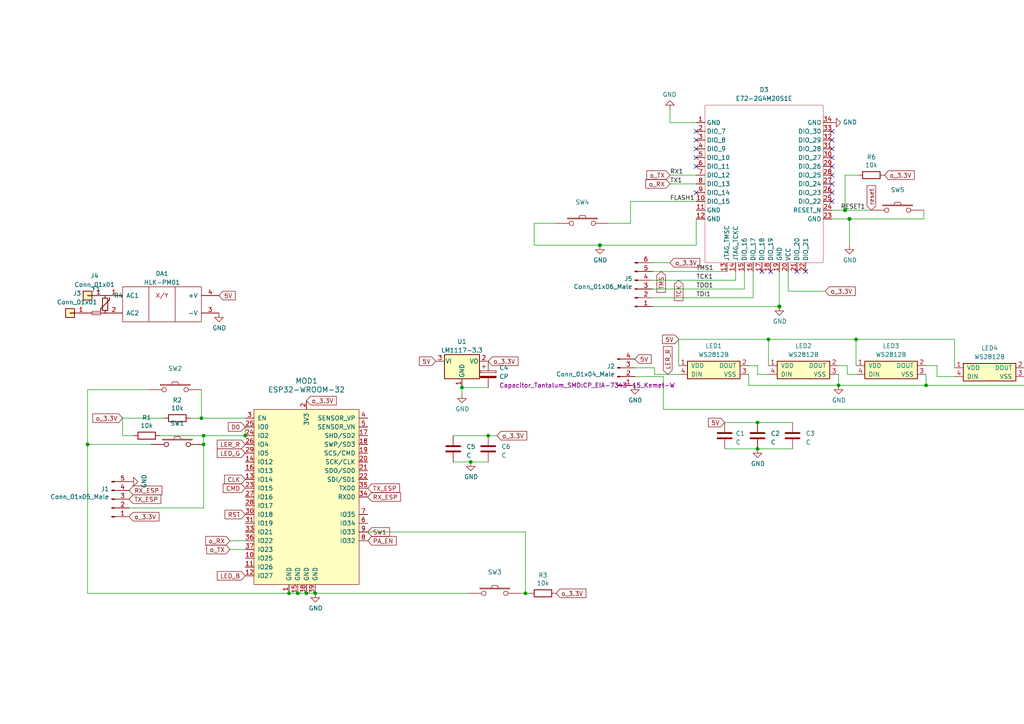
<source format=kicad_sch>
(kicad_sch (version 20221206) (generator eeschema)
  (paper "A4")
  (lib_symbols
    (symbol "4ms-headers:Conn_01x01" (pin_names (offset 1.016) hide)
      (property "Reference" "J" (at 0 2.54 0))
      (property "Value" "Conn_01x01" (at 0 -2.54 0))
      (symbol "Conn_01x01_1_1"
        (rectangle (start -1.27 0.127) (end 0 -0.127) (stroke (width 0.1524)))
        (rectangle (start -1.27 1.27) (end 1.27 -1.27) (stroke (width 0.254)) (fill (type background)))
        (pin passive line (at -5.08 0 0) (length 3.81) (name "Pin_1") (number "1"))
      )
    )
    (symbol "4ms-passives:C" (pin_numbers hide) (pin_names (offset 0.254))
      (property "Reference" "C" (at 0.635 2.54 0))
      (property "Value" "C" (at 0.635 -2.54 0))
      (symbol "C_0_1"
        (polyline (pts (xy -2.032 -0.762) (xy 2.032 -0.762)) (stroke (width 0.508)))
        (polyline (pts (xy -2.032 0.762) (xy 2.032 0.762)) (stroke (width 0.508)))
      )
      (symbol "C_1_1"
        (pin passive line (at 0 3.81 270) (length 2.794) (name "~") (number "1"))
        (pin passive line (at 0 -3.81 90) (length 2.794) (name "~") (number "2"))
      )
    )
    (symbol "4ms-passives:R" (pin_numbers hide) (pin_names (offset 0))
      (property "Reference" "R" (at 2.032 0 90))
      (property "Value" "R" (at 0 0 90))
      (symbol "R_0_1"
        (rectangle (start -1.016 -2.54) (end 1.016 2.54) (stroke (width 0.254)))
      )
      (symbol "R_1_1"
        (pin passive line (at 0 3.81 270) (length 1.27) (name "~") (number "1"))
        (pin passive line (at 0 -3.81 90) (length 1.27) (name "~") (number "2"))
      )
    )
    (symbol "Connector:Conn_01x04_Male" (pin_names (offset 1.016) hide)
      (property "Reference" "J" (at 0 5.08 0))
      (property "Value" "Conn_01x04_Male" (at 0 -7.62 0))
      (symbol "Conn_01x04_Male_1_1"
        (polyline (pts (xy 1.27 -5.08) (xy 0.8636 -5.08)) (stroke (width 0.1524)))
        (polyline (pts (xy 1.27 -2.54) (xy 0.8636 -2.54)) (stroke (width 0.1524)))
        (polyline (pts (xy 1.27 0) (xy 0.8636 0)) (stroke (width 0.1524)))
        (polyline (pts (xy 1.27 2.54) (xy 0.8636 2.54)) (stroke (width 0.1524)))
        (rectangle (start 0.8636 -4.953) (end 0 -5.207) (stroke (width 0.1524)) (fill (type outline)))
        (rectangle (start 0.8636 -2.413) (end 0 -2.667) (stroke (width 0.1524)) (fill (type outline)))
        (rectangle (start 0.8636 0.127) (end 0 -0.127) (stroke (width 0.1524)) (fill (type outline)))
        (rectangle (start 0.8636 2.667) (end 0 2.413) (stroke (width 0.1524)) (fill (type outline)))
        (pin passive line (at 5.08 2.54 180) (length 3.81) (name "Pin_1") (number "1"))
        (pin passive line (at 5.08 0 180) (length 3.81) (name "Pin_2") (number "2"))
        (pin passive line (at 5.08 -2.54 180) (length 3.81) (name "Pin_3") (number "3"))
        (pin passive line (at 5.08 -5.08 180) (length 3.81) (name "Pin_4") (number "4"))
      )
    )
    (symbol "Connector:Conn_01x05_Male" (pin_names (offset 1.016) hide)
      (property "Reference" "J" (at 0 7.62 0))
      (property "Value" "Conn_01x05_Male" (at 0 -7.62 0))
      (symbol "Conn_01x05_Male_1_1"
        (polyline (pts (xy 1.27 -5.08) (xy 0.8636 -5.08)) (stroke (width 0.1524)))
        (polyline (pts (xy 1.27 -2.54) (xy 0.8636 -2.54)) (stroke (width 0.1524)))
        (polyline (pts (xy 1.27 0) (xy 0.8636 0)) (stroke (width 0.1524)))
        (polyline (pts (xy 1.27 2.54) (xy 0.8636 2.54)) (stroke (width 0.1524)))
        (polyline (pts (xy 1.27 5.08) (xy 0.8636 5.08)) (stroke (width 0.1524)))
        (rectangle (start 0.8636 -4.953) (end 0 -5.207) (stroke (width 0.1524)) (fill (type outline)))
        (rectangle (start 0.8636 -2.413) (end 0 -2.667) (stroke (width 0.1524)) (fill (type outline)))
        (rectangle (start 0.8636 0.127) (end 0 -0.127) (stroke (width 0.1524)) (fill (type outline)))
        (rectangle (start 0.8636 2.667) (end 0 2.413) (stroke (width 0.1524)) (fill (type outline)))
        (rectangle (start 0.8636 5.207) (end 0 4.953) (stroke (width 0.1524)) (fill (type outline)))
        (pin passive line (at 5.08 5.08 180) (length 3.81) (name "Pin_1") (number "1"))
        (pin passive line (at 5.08 2.54 180) (length 3.81) (name "Pin_2") (number "2"))
        (pin passive line (at 5.08 0 180) (length 3.81) (name "Pin_3") (number "3"))
        (pin passive line (at 5.08 -2.54 180) (length 3.81) (name "Pin_4") (number "4"))
        (pin passive line (at 5.08 -5.08 180) (length 3.81) (name "Pin_5") (number "5"))
      )
    )
    (symbol "Connector:Conn_01x06_Male" (pin_names (offset 1.016) hide)
      (property "Reference" "J" (at 0 7.62 0))
      (property "Value" "Conn_01x06_Male" (at 0 -10.16 0))
      (symbol "Conn_01x06_Male_1_1"
        (polyline (pts (xy 1.27 -7.62) (xy 0.8636 -7.62)) (stroke (width 0.1524)))
        (polyline (pts (xy 1.27 -5.08) (xy 0.8636 -5.08)) (stroke (width 0.1524)))
        (polyline (pts (xy 1.27 -2.54) (xy 0.8636 -2.54)) (stroke (width 0.1524)))
        (polyline (pts (xy 1.27 0) (xy 0.8636 0)) (stroke (width 0.1524)))
        (polyline (pts (xy 1.27 2.54) (xy 0.8636 2.54)) (stroke (width 0.1524)))
        (polyline (pts (xy 1.27 5.08) (xy 0.8636 5.08)) (stroke (width 0.1524)))
        (rectangle (start 0.8636 -7.493) (end 0 -7.747) (stroke (width 0.1524)) (fill (type outline)))
        (rectangle (start 0.8636 -4.953) (end 0 -5.207) (stroke (width 0.1524)) (fill (type outline)))
        (rectangle (start 0.8636 -2.413) (end 0 -2.667) (stroke (width 0.1524)) (fill (type outline)))
        (rectangle (start 0.8636 0.127) (end 0 -0.127) (stroke (width 0.1524)) (fill (type outline)))
        (rectangle (start 0.8636 2.667) (end 0 2.413) (stroke (width 0.1524)) (fill (type outline)))
        (rectangle (start 0.8636 5.207) (end 0 4.953) (stroke (width 0.1524)) (fill (type outline)))
        (pin passive line (at 5.08 5.08 180) (length 3.81) (name "Pin_1") (number "1"))
        (pin passive line (at 5.08 2.54 180) (length 3.81) (name "Pin_2") (number "2"))
        (pin passive line (at 5.08 0 180) (length 3.81) (name "Pin_3") (number "3"))
        (pin passive line (at 5.08 -2.54 180) (length 3.81) (name "Pin_4") (number "4"))
        (pin passive line (at 5.08 -5.08 180) (length 3.81) (name "Pin_5") (number "5"))
        (pin passive line (at 5.08 -7.62 180) (length 3.81) (name "Pin_6") (number "6"))
      )
    )
    (symbol "Regulator_Linear:LM1117-3.3" (pin_names (offset 0.254))
      (property "Reference" "U" (at -3.81 3.175 0))
      (property "Value" "LM1117-3.3" (at 0 3.175 0))
      (symbol "LM1117-3.3_0_1"
        (rectangle (start -5.08 -5.08) (end 5.08 1.905) (stroke (width 0.254)) (fill (type background)))
      )
      (symbol "LM1117-3.3_1_1"
        (pin power_in line (at 0 -7.62 90) (length 2.54) (name "GND") (number "1"))
        (pin power_out line (at 7.62 0 180) (length 2.54) (name "VO") (number "2"))
        (pin power_in line (at -7.62 0 0) (length 2.54) (name "VI") (number "3"))
      )
    )
    (symbol "al_passive:VARISTOR" (pin_numbers hide) (pin_names (offset 0))
      (property "Reference" "R" (at 6.35 1.27 0))
      (property "Value" "VARISTOR" (at 6.35 -1.27 0))
      (symbol "VARISTOR_0_1"
        (rectangle (start -0.762 1.778) (end 0.762 -1.778) (stroke (width 0.254)))
        (polyline (pts (xy 0 -1.778) (xy 0 -2.032)))
        (polyline (pts (xy 0 1.778) (xy 0 1.905)))
        (polyline (pts (xy 1.27 1.905) (xy 1.27 1.27) (xy -1.27 -1.27) (xy -1.27 -1.905)) (stroke (width 0.254)))
      )
      (symbol "VARISTOR_1_1"
        (pin passive line (at 0 2.54 270) (length 0.635) (name "~") (number "1"))
        (pin passive line (at 0 -2.54 90) (length 0.635) (name "~") (number "2"))
      )
    )
    (symbol "ce_device:CP" (pin_numbers hide) (pin_names (offset 0.254))
      (property "Reference" "C" (at 0.635 2.54 0))
      (property "Value" "CP" (at 0.635 -2.54 0))
      (symbol "CP_0_1"
        (rectangle (start -2.286 0.508) (end -2.286 1.016))
        (rectangle (start -2.286 0.508) (end 2.286 0.508))
        (polyline (pts (xy -1.778 2.286) (xy -0.762 2.286)))
        (polyline (pts (xy -1.27 2.794) (xy -1.27 1.778)))
        (rectangle (start 2.286 -0.508) (end -2.286 -1.016) (fill (type outline)))
        (rectangle (start 2.286 1.016) (end -2.286 1.016))
        (rectangle (start 2.286 1.016) (end 2.286 0.508))
      )
      (symbol "CP_1_1"
        (pin passive line (at 0 3.81 270) (length 2.794) (name "~") (number "1"))
        (pin passive line (at 0 -3.81 90) (length 2.794) (name "~") (number "2"))
      )
    )
    (symbol "ce_device:F_Small" (pin_numbers hide) (pin_names (offset 0.254) hide)
      (property "Reference" "F" (at -1.016 1.524 0))
      (property "Value" "F_Small" (at -3.048 -1.524 0))
      (symbol "F_Small_0_1"
        (rectangle (start -1.27 0.508) (end 1.27 -0.508))
        (polyline (pts (xy -1.27 0) (xy 1.27 0)))
      )
      (symbol "F_Small_1_1"
        (pin passive line (at -2.54 0 0) (length 1.27) (name "~") (number "1"))
        (pin passive line (at 2.54 0 180) (length 1.27) (name "~") (number "2"))
      )
    )
    (symbol "dk_RF-Transceiver-Modules:ESP32-WROOM-32" (pin_names (offset 1.016))
      (property "Reference" "MOD" (at -10.16 1.27 0))
      (property "Value" "ESP32-WROOM-32" (at 5.08 -25.4 90))
      (symbol "ESP32-WROOM-32_0_1"
        (rectangle (start -10.16 0) (end 20.32 -50.8) (fill (type background)))
      )
      (symbol "ESP32-WROOM-32_1_1"
        (pin power_in line (at 0 -53.34 90) (length 2.54) (name "GND") (number "1"))
        (pin bidirectional line (at -12.7 -43.18 0) (length 2.54) (name "IO25") (number "10"))
        (pin bidirectional line (at -12.7 -45.72 0) (length 2.54) (name "IO26") (number "11"))
        (pin bidirectional line (at -12.7 -48.26 0) (length 2.54) (name "IO27") (number "12"))
        (pin bidirectional line (at -12.7 -20.32 0) (length 2.54) (name "IO14") (number "13"))
        (pin bidirectional line (at -12.7 -15.24 0) (length 2.54) (name "IO12") (number "14"))
        (pin power_in line (at 2.54 -53.34 90) (length 2.54) (name "GND") (number "15"))
        (pin bidirectional line (at -12.7 -17.78 0) (length 2.54) (name "IO13") (number "16"))
        (pin bidirectional line (at 22.86 -7.62 180) (length 2.54) (name "SHD/SD2") (number "17"))
        (pin bidirectional line (at 22.86 -10.16 180) (length 2.54) (name "SWP/SD3") (number "18"))
        (pin bidirectional line (at 22.86 -12.7 180) (length 2.54) (name "SCS/CMD") (number "19"))
        (pin power_in line (at 5.08 2.54 270) (length 2.54) (name "3V3") (number "2"))
        (pin bidirectional line (at 22.86 -15.24 180) (length 2.54) (name "SCK/CLK") (number "20"))
        (pin bidirectional line (at 22.86 -17.78 180) (length 2.54) (name "SDO/SD0") (number "21"))
        (pin bidirectional line (at 22.86 -20.32 180) (length 2.54) (name "SDI/SD1") (number "22"))
        (pin bidirectional line (at -12.7 -22.86 0) (length 2.54) (name "IO15") (number "23"))
        (pin bidirectional line (at -12.7 -7.62 0) (length 2.54) (name "IO2") (number "24"))
        (pin bidirectional line (at -12.7 -5.08 0) (length 2.54) (name "IO0") (number "25"))
        (pin bidirectional line (at -12.7 -10.16 0) (length 2.54) (name "IO4") (number "26"))
        (pin bidirectional line (at -12.7 -25.4 0) (length 2.54) (name "IO16") (number "27"))
        (pin bidirectional line (at -12.7 -27.94 0) (length 2.54) (name "IO17") (number "28"))
        (pin bidirectional line (at -12.7 -12.7 0) (length 2.54) (name "IO5") (number "29"))
        (pin input line (at -12.7 -2.54 0) (length 2.54) (name "EN") (number "3"))
        (pin bidirectional line (at -12.7 -30.48 0) (length 2.54) (name "IO18") (number "30"))
        (pin bidirectional line (at -12.7 -33.02 0) (length 2.54) (name "IO19") (number "31"))
        (pin no_connect line (at 20.32 -43.18 180) (length 2.54) hide (name "NC") (number "32"))
        (pin bidirectional line (at -12.7 -35.56 0) (length 2.54) (name "IO21") (number "33"))
        (pin bidirectional line (at 22.86 -25.4 180) (length 2.54) (name "RXD0") (number "34"))
        (pin bidirectional line (at 22.86 -22.86 180) (length 2.54) (name "TXD0") (number "35"))
        (pin bidirectional line (at -12.7 -38.1 0) (length 2.54) (name "IO22") (number "36"))
        (pin bidirectional line (at -12.7 -40.64 0) (length 2.54) (name "IO23") (number "37"))
        (pin power_in line (at 5.08 -53.34 90) (length 2.54) (name "GND") (number "38"))
        (pin power_in line (at 7.62 -53.34 90) (length 2.54) (name "GND") (number "39"))
        (pin input line (at 22.86 -2.54 180) (length 2.54) (name "SENSOR_VP") (number "4"))
        (pin input line (at 22.86 -5.08 180) (length 2.54) (name "SENSOR_VN") (number "5"))
        (pin bidirectional line (at 22.86 -33.02 180) (length 2.54) (name "IO34") (number "6"))
        (pin bidirectional line (at 22.86 -30.48 180) (length 2.54) (name "IO35") (number "7"))
        (pin bidirectional line (at 22.86 -38.1 180) (length 2.54) (name "IO32") (number "8"))
        (pin bidirectional line (at 22.86 -35.56 180) (length 2.54) (name "IO33") (number "9"))
      )
    )
    (symbol "do_Power_Module:HLK-PM01" (pin_names (offset 1.016))
      (property "Reference" "DA" (at 7.62 3.81 0))
      (property "Value" "HLK-PM01" (at 21.59 3.81 0))
      (symbol "HLK-PM01_0_1"
        (polyline (pts (xy 12.7 2.54) (xy 20.32 2.54) (xy 20.32 -7.62) (xy 12.7 -7.62)))
        (polyline (pts (xy 20.32 2.54) (xy 27.94 2.54) (xy 27.94 -7.62) (xy 20.32 -7.62)))
        (polyline (pts (xy 5.08 2.54) (xy 12.7 2.54) (xy 12.7 -7.62) (xy 5.08 -7.62) (xy 5.08 2.54)))
      )
      (symbol "HLK-PM01_1_0"
        (text "X/Y" (at 16.51 0 0) (effects (font (size 1.27 1.27))))
      )
      (symbol "HLK-PM01_1_1"
        (pin power_in line (at 0 0 0) (length 5.08) (name "AC1") (number "1"))
        (pin power_in line (at 0 -5.08 0) (length 5.08) (name "AC2") (number "2"))
        (pin power_out line (at 33.02 -5.08 180) (length 5.08) (name "-V") (number "3"))
        (pin power_out line (at 33.02 0 180) (length 5.08) (name "+V") (number "4"))
      )
    )
    (symbol "imm_lib:E72-2G4M20S1E"
      (property "Reference" "D" (at -33.02 36.83 0))
      (property "Value" "E72-2G4M20S1E" (at -33.02 36.83 0))
      (symbol "E72-2G4M20S1E_0_0"
        (pin power_in line (at -20.32 13.97 0) (length 2.54) (name "GND") (number "1"))
        (pin bidirectional line (at -20.32 -8.89 0) (length 2.54) (name "DIO_15") (number "10"))
        (pin power_in line (at -20.32 -11.43 0) (length 2.54) (name "GND") (number "11"))
        (pin power_in line (at -20.32 -13.97 0) (length 2.54) (name "GND") (number "12"))
        (pin bidirectional line (at -11.43 -29.21 90) (length 2.54) (name "JTAG_TMSC") (number "13"))
        (pin bidirectional line (at -8.89 -29.21 90) (length 2.54) (name "JTAG_TCKC") (number "14"))
        (pin bidirectional line (at -6.35 -29.21 90) (length 2.54) (name "DIO_16") (number "15"))
        (pin bidirectional line (at -3.81 -29.21 90) (length 2.54) (name "DIO_17") (number "16"))
        (pin input line (at -1.27 -29.21 90) (length 2.54) (name "DIO_18") (number "17"))
        (pin bidirectional line (at 1.27 -29.21 90) (length 2.54) (name "DIO_19") (number "18"))
        (pin bidirectional line (at 3.81 -29.21 90) (length 2.54) (name "GND") (number "19"))
        (pin bidirectional line (at -20.32 11.43 0) (length 2.54) (name "DIO_7") (number "2"))
        (pin power_in line (at 6.35 -29.21 90) (length 2.54) (name "VCC") (number "20"))
        (pin bidirectional line (at 8.89 -29.21 90) (length 2.54) (name "DIO_20") (number "21"))
        (pin bidirectional line (at 11.43 -29.21 90) (length 2.54) (name "DIO_21") (number "22"))
        (pin bidirectional line (at 19.05 -13.97 180) (length 2.54) (name "GND") (number "23"))
        (pin input line (at 19.05 -11.43 180) (length 2.54) (name "RESET_N") (number "24"))
        (pin bidirectional line (at 19.05 -8.89 180) (length 2.54) (name "DIO_22") (number "25"))
        (pin bidirectional line (at 19.05 -6.35 180) (length 2.54) (name "DIO_23") (number "26"))
        (pin bidirectional line (at 19.05 -3.81 180) (length 2.54) (name "DIO_24") (number "27"))
        (pin bidirectional line (at 19.05 -1.27 180) (length 2.54) (name "DIO_25") (number "28"))
        (pin bidirectional line (at 19.05 1.27 180) (length 2.54) (name "DIO_26") (number "29"))
        (pin bidirectional line (at -20.32 8.89 0) (length 2.54) (name "DIO_8") (number "3"))
        (pin bidirectional line (at 19.05 3.81 180) (length 2.54) (name "DIO_27") (number "30"))
        (pin bidirectional line (at 19.05 6.35 180) (length 2.54) (name "DIO_28") (number "31"))
        (pin bidirectional line (at 19.05 8.89 180) (length 2.54) (name "DIO_29") (number "32"))
        (pin bidirectional line (at 19.05 11.43 180) (length 2.54) (name "DIO_30") (number "33"))
        (pin power_in line (at 19.05 13.97 180) (length 2.54) (name "GND") (number "34"))
        (pin bidirectional line (at -20.32 6.35 0) (length 2.54) (name "DIO_9") (number "4"))
        (pin bidirectional line (at -20.32 3.81 0) (length 2.54) (name "DIO_10") (number "5"))
        (pin bidirectional line (at -20.32 1.27 0) (length 2.54) (name "DIO_11") (number "6"))
        (pin bidirectional line (at -20.32 -1.27 0) (length 2.54) (name "DIO_12") (number "7"))
        (pin bidirectional line (at -20.32 -3.81 0) (length 2.54) (name "DIO_13") (number "8"))
        (pin bidirectional line (at -20.32 -6.35 0) (length 2.54) (name "DIO_14") (number "9"))
      )
      (symbol "E72-2G4M20S1E_0_1"
        (rectangle (start -17.78 19.05) (end 16.51 -26.67) (stroke (width 0.0005)))
      )
    )
    (symbol "power:GND" (power) (pin_names (offset 0))
      (property "Value" "GND" (at 0 -3.81 0))
      (symbol "GND_0_1"
        (polyline (pts (xy 0 0) (xy 0 -1.27) (xy 1.27 -1.27) (xy 0 -2.54) (xy -1.27 -1.27) (xy 0 -1.27)))
      )
      (symbol "GND_1_1"
        (pin power_in line (at 0 0 270) (length 0) hide (name "GND") (number "1"))
      )
    )
    (symbol "real_Worldsemi:WS2812B" (pin_names (offset 1.016))
      (property "Reference" "LED" (at 0 -5.08 0))
      (property "Value" "WS2812B" (at 0 2.54 0))
      (property "Footprint" "LEDs:LED_WS2812B-PLCC4" (at 0 -7.62 0))
      (property "Datasheet" "http://www.world-semi.com/uploads/soft/150522/1-150522091P5.pdf" (at 0 -1.27 0))
      (symbol "WS2812B_0_1"
        (rectangle (start -7.62 1.27) (end 7.62 -3.81) (stroke (width 0.254)) (fill (type background)))
      )
      (symbol "WS2812B_1_1"
        (pin power_in line (at -10.16 0 0) (length 2.54) (name "VDD") (number "1"))
        (pin output line (at 10.16 0 180) (length 2.54) (name "DOUT") (number "2"))
        (pin power_in line (at 10.16 -2.54 180) (length 2.54) (name "VSS") (number "3"))
        (pin input line (at -10.16 -2.54 0) (length 2.54) (name "DIN") (number "4"))
      )
    )
    (symbol "real_device:SW_PUSH" (pin_numbers hide) (pin_names (offset 1.016) hide)
      (property "Reference" "SW" (at 0 3.81 0))
      (property "Value" "SW_PUSH" (at 0 -2.032 0))
      (property "Datasheet" "~" (at 0 0 0))
      (symbol "SW_PUSH_0_1"
        (rectangle (start -4.318 1.27) (end 4.318 1.524))
        (polyline (pts (xy -1.016 1.524) (xy -0.762 2.286) (xy 0.762 2.286) (xy 1.016 1.524)))
        (pin passive inverted (at -7.62 0 0) (length 5.08) (name "1") (number "1"))
        (pin passive inverted (at 7.62 0 180) (length 5.08) (name "2") (number "2"))
      )
    )
  )
  (junction (at 58.42 121.285) (diameter 0.9144))
  (junction (at 141.605 126.365) (diameter 0.9144))
  (junction (at 245.11 60.96) (diameter 1.016))
  (junction (at 219.71 122.555) (diameter 0.9144))
  (junction (at 86.36 172.085) (diameter 0.9144))
  (junction (at 152.4 172.085) (diameter 0.9144))
  (junction (at 246.38 63.5) (diameter 1.016))
  (junction (at 219.71 130.175) (diameter 0.9144))
  (junction (at 268.605 111.76) (diameter 0.9144))
  (junction (at 59.055 128.905) (diameter 0.9144))
  (junction (at 88.9 172.085) (diameter 0.9144))
  (junction (at 243.205 111.76) (diameter 0.9144))
  (junction (at 226.06 88.9) (diameter 1.016))
  (junction (at 248.285 98.425) (diameter 0.9144))
  (junction (at 59.055 126.365) (diameter 0.9144))
  (junction (at 173.99 71.12) (diameter 1.016))
  (junction (at 136.525 133.985) (diameter 0.9144))
  (junction (at 83.82 172.085) (diameter 0.9144))
  (junction (at 222.885 98.425) (diameter 0.9144))
  (junction (at 25.4 128.905) (diameter 0.9144))
  (junction (at 91.44 172.085) (diameter 0.9144))
  (junction (at 133.985 112.395) (diameter 0.9144))
  (junction (at 71.12 126.365) (diameter 0.9144))
  (no_connect (at 241.3 38.1))
  (no_connect (at 223.52 78.74))
  (no_connect (at 201.93 48.26))
  (no_connect (at 241.3 40.64))
  (no_connect (at 201.93 45.72))
  (no_connect (at 241.3 58.42))
  (no_connect (at 201.93 43.18))
  (no_connect (at 201.93 55.88))
  (no_connect (at 241.3 50.8))
  (no_connect (at 241.3 45.72))
  (no_connect (at 241.3 55.88))
  (no_connect (at 231.14 78.74))
  (no_connect (at 201.93 38.1))
  (no_connect (at 241.3 53.34))
  (no_connect (at 220.98 78.74))
  (no_connect (at 241.3 43.18))
  (no_connect (at 201.93 40.64))
  (no_connect (at 241.3 48.26))
  (no_connect (at 233.68 78.74))
  (wire (pts (xy 201.93 58.42) (xy 182.88 58.42)))
  (wire (pts (xy 133.985 112.395) (xy 141.605 112.395)))
  (wire (pts (xy 243.205 111.76) (xy 268.605 111.76)))
  (wire (pts (xy 268.605 111.76) (xy 268.605 108.585)))
  (wire (pts (xy 154.94 64.77) (xy 161.29 64.77)))
  (wire (pts (xy 66.675 159.385) (xy 71.12 159.385)))
  (wire (pts (xy 151.13 172.085) (xy 152.4 172.085)))
  (wire (pts (xy 152.4 172.085) (xy 153.67 172.085)))
  (wire (pts (xy 189.23 83.82) (xy 215.9 83.82)))
  (wire (pts (xy 106.68 154.305) (xy 152.4 154.305)))
  (wire (pts (xy 152.4 154.305) (xy 152.4 172.085)))
  (wire (pts (xy 189.23 76.2) (xy 194.31 76.2)))
  (wire (pts (xy 66.675 156.845) (xy 71.12 156.845)))
  (wire (pts (xy 91.44 172.085) (xy 135.89 172.085)))
  (wire (pts (xy 228.6 78.74) (xy 228.6 84.455)))
  (wire (pts (xy 35.56 126.365) (xy 35.56 121.285)))
  (wire (pts (xy 38.735 126.365) (xy 35.56 126.365)))
  (wire (pts (xy 228.6 84.455) (xy 239.395 84.455)))
  (wire (pts (xy 218.44 78.74) (xy 218.44 86.36)))
  (wire (pts (xy 217.17 108.585) (xy 217.17 111.76)))
  (wire (pts (xy 217.17 111.76) (xy 243.205 111.76)))
  (wire (pts (xy 243.205 108.585) (xy 243.205 111.76)))
  (wire (pts (xy 210.185 122.555) (xy 219.71 122.555)))
  (wire (pts (xy 219.71 122.555) (xy 229.87 122.555)))
  (wire (pts (xy 133.985 112.395) (xy 133.985 114.3)))
  (wire (pts (xy 131.445 133.985) (xy 136.525 133.985)))
  (wire (pts (xy 136.525 133.985) (xy 141.605 133.985)))
  (wire (pts (xy 184.15 109.22) (xy 192.405 109.22)))
  (wire (pts (xy 192.405 109.22) (xy 192.405 118.745)))
  (wire (pts (xy 192.405 118.745) (xy 303.53 118.745)))
  (wire (pts (xy 201.93 35.56) (xy 194.31 35.56)))
  (wire (pts (xy 71.12 123.825) (xy 71.12 126.365)))
  (wire (pts (xy 133.985 111.76) (xy 133.985 112.395)))
  (wire (pts (xy 194.31 53.34) (xy 201.93 53.34)))
  (wire (pts (xy 189.23 86.36) (xy 218.44 86.36)))
  (wire (pts (xy 268.605 106.045) (xy 271.78 106.045)))
  (wire (pts (xy 271.78 106.045) (xy 271.78 109.22)))
  (wire (pts (xy 271.78 109.22) (xy 276.86 109.22)))
  (wire (pts (xy 303.53 106.68) (xy 297.18 106.68)))
  (wire (pts (xy 303.53 118.745) (xy 303.53 106.68)))
  (wire (pts (xy 182.88 58.42) (xy 182.88 64.77)))
  (wire (pts (xy 196.85 98.425) (xy 196.85 106.045)))
  (wire (pts (xy 222.885 98.425) (xy 196.85 98.425)))
  (wire (pts (xy 248.285 98.425) (xy 222.885 98.425)))
  (wire (pts (xy 248.285 106.045) (xy 248.285 98.425)))
  (wire (pts (xy 217.17 106.045) (xy 219.71 106.045)))
  (wire (pts (xy 219.71 106.045) (xy 219.71 108.585)))
  (wire (pts (xy 219.71 108.585) (xy 222.885 108.585)))
  (wire (pts (xy 241.3 60.96) (xy 245.11 60.96)))
  (wire (pts (xy 59.055 126.365) (xy 59.055 128.905)))
  (wire (pts (xy 210.185 130.175) (xy 219.71 130.175)))
  (wire (pts (xy 219.71 130.175) (xy 229.87 130.175)))
  (wire (pts (xy 189.865 106.68) (xy 184.15 106.68)))
  (wire (pts (xy 189.865 108.585) (xy 189.865 106.68)))
  (wire (pts (xy 196.85 108.585) (xy 189.865 108.585)))
  (wire (pts (xy 154.94 71.12) (xy 173.99 71.12)))
  (wire (pts (xy 201.93 63.5) (xy 201.93 71.12)))
  (wire (pts (xy 25.4 113.03) (xy 25.4 128.905)))
  (wire (pts (xy 25.4 128.905) (xy 43.815 128.905)))
  (wire (pts (xy 43.18 113.03) (xy 25.4 113.03)))
  (wire (pts (xy 194.31 50.8) (xy 201.93 50.8)))
  (wire (pts (xy 267.97 60.96) (xy 267.97 63.5)))
  (wire (pts (xy 222.885 98.425) (xy 222.885 106.045)))
  (wire (pts (xy 248.285 98.425) (xy 276.86 98.425)))
  (wire (pts (xy 276.86 98.425) (xy 276.86 106.68)))
  (wire (pts (xy 182.88 64.77) (xy 176.53 64.77)))
  (wire (pts (xy 297.18 109.22) (xy 299.085 109.22)))
  (wire (pts (xy 299.085 109.22) (xy 299.085 111.76)))
  (wire (pts (xy 299.085 111.76) (xy 268.605 111.76)))
  (wire (pts (xy 248.92 50.8) (xy 245.11 50.8)))
  (wire (pts (xy 189.23 78.74) (xy 210.82 78.74)))
  (wire (pts (xy 241.3 63.5) (xy 246.38 63.5)))
  (wire (pts (xy 173.99 71.12) (xy 201.93 71.12)))
  (wire (pts (xy 189.23 81.28) (xy 213.36 81.28)))
  (wire (pts (xy 58.42 113.03) (xy 58.42 121.285)))
  (wire (pts (xy 37.465 147.32) (xy 59.055 147.32)))
  (wire (pts (xy 59.055 147.32) (xy 59.055 128.905)))
  (wire (pts (xy 25.4 172.085) (xy 83.82 172.085)))
  (wire (pts (xy 83.82 172.085) (xy 86.36 172.085)))
  (wire (pts (xy 86.36 172.085) (xy 88.9 172.085)))
  (wire (pts (xy 88.9 172.085) (xy 91.44 172.085)))
  (wire (pts (xy 226.06 78.74) (xy 226.06 88.9)))
  (wire (pts (xy 55.245 121.285) (xy 58.42 121.285)))
  (wire (pts (xy 58.42 121.285) (xy 71.12 121.285)))
  (wire (pts (xy 194.31 35.56) (xy 194.31 31.75)))
  (wire (pts (xy 243.205 106.045) (xy 245.745 106.045)))
  (wire (pts (xy 245.745 106.045) (xy 245.745 108.585)))
  (wire (pts (xy 245.745 108.585) (xy 248.285 108.585)))
  (wire (pts (xy 245.11 60.96) (xy 252.73 60.96)))
  (wire (pts (xy 35.56 121.285) (xy 47.625 121.285)))
  (wire (pts (xy 245.11 50.8) (xy 245.11 60.96)))
  (wire (pts (xy 189.23 88.9) (xy 226.06 88.9)))
  (wire (pts (xy 131.445 126.365) (xy 141.605 126.365)))
  (wire (pts (xy 141.605 126.365) (xy 144.145 126.365)))
  (wire (pts (xy 213.36 78.74) (xy 213.36 81.28)))
  (wire (pts (xy 154.94 64.77) (xy 154.94 71.12)))
  (wire (pts (xy 46.355 126.365) (xy 59.055 126.365)))
  (wire (pts (xy 59.055 126.365) (xy 71.12 126.365)))
  (wire (pts (xy 215.9 78.74) (xy 215.9 83.82)))
  (wire (pts (xy 267.97 63.5) (xy 246.38 63.5)))
  (wire (pts (xy 246.38 63.5) (xy 246.38 71.12)))
  (wire (pts (xy 25.4 128.905) (xy 25.4 172.085)))
  (label "TDO1" (at 201.93 83.82 0))
  (label "RX1" (at 194.31 50.8 0))
  (label "FLASH1" (at 194.31 58.42 0))
  (label "TMS1" (at 201.93 78.74 0))
  (label "TX1" (at 194.31 53.34 0))
  (label "TCK1" (at 201.93 81.28 0))
  (label "TDI1" (at 201.93 86.36 0))
  (label "RESET1" (at 243.84 60.96 0))
  (global_label "o_TX" (shape input) (at 66.675 159.385 180) (property "Intersheetrefs" "${INTERSHEET_REFS}" (effects hide)))
  (global_label "o_3.3V" (shape input) (at 256.54 50.8 0) (property "Intersheetrefs" "${INTERSHEET_REFS}" (effects hide)))
  (global_label "RST" (shape input) (at 71.12 149.225 180) (property "Intersheetrefs" "${INTERSHEET_REFS}" (effects hide)))
  (global_label "RX_ESP" (shape input) (at 37.465 142.24 0) (property "Intersheetrefs" "${INTERSHEET_REFS}" (effects hide)))
  (global_label "o_TX" (shape input) (at 194.31 50.8 180) (property "Intersheetrefs" "${INTERSHEET_REFS}" (effects hide)))
  (global_label "o_3.3V" (shape input) (at 141.605 104.775 0) (property "Intersheetrefs" "${INTERSHEET_REFS}" (effects hide)))
  (global_label "o_3.3V" (shape input) (at 35.56 121.285 180) (property "Intersheetrefs" "${INTERSHEET_REFS}" (effects hide)))
  (global_label "5V" (shape input) (at 196.85 98.425 180) (property "Intersheetrefs" "${INTERSHEET_REFS}" (effects hide)))
  (global_label "o_3.3V" (shape input) (at 239.395 84.455 0) (property "Intersheetrefs" "${INTERSHEET_REFS}" (effects hide)))
  (global_label "5V" (shape input) (at 184.15 104.14 0) (property "Intersheetrefs" "${INTERSHEET_REFS}" (effects hide)))
  (global_label "5V" (shape input) (at 126.365 104.775 180) (property "Intersheetrefs" "${INTERSHEET_REFS}" (effects hide)))
  (global_label "o_3.3V" (shape input) (at 194.31 76.2 0) (property "Intersheetrefs" "${INTERSHEET_REFS}" (effects hide)))
  (global_label "RX_ESP" (shape input) (at 106.68 144.145 0) (property "Intersheetrefs" "${INTERSHEET_REFS}" (effects hide)))
  (global_label "o_3.3V" (shape input) (at 144.145 126.365 0) (property "Intersheetrefs" "${INTERSHEET_REFS}" (effects hide)))
  (global_label "LER_R" (shape input) (at 71.12 128.905 180) (property "Intersheetrefs" "${INTERSHEET_REFS}" (effects hide)))
  (global_label "PA_EN" (shape input) (at 106.68 156.845 0) (property "Intersheetrefs" "${INTERSHEET_REFS}" (effects hide)))
  (global_label "CMD" (shape input) (at 71.12 141.605 180) (property "Intersheetrefs" "${INTERSHEET_REFS}" (effects hide)))
  (global_label "TMS" (shape input) (at 191.77 78.74 270) (property "Intersheetrefs" "${INTERSHEET_REFS}" (effects hide)))
  (global_label "reset" (shape input) (at 252.73 60.96 90) (property "Intersheetrefs" "${INTERSHEET_REFS}" (effects hide)))
  (global_label "LER_R" (shape input) (at 193.675 108.585 90) (property "Intersheetrefs" "${INTERSHEET_REFS}" (effects hide)))
  (global_label "5V" (shape input) (at 63.5 85.725 0) (property "Intersheetrefs" "${INTERSHEET_REFS}" (effects hide)))
  (global_label "SW1" (shape input) (at 106.68 154.305 0) (property "Intersheetrefs" "${INTERSHEET_REFS}" (effects hide)))
  (global_label "o_3.3V" (shape input) (at 88.9 116.205 0) (property "Intersheetrefs" "${INTERSHEET_REFS}" (effects hide)))
  (global_label "o_3.3V" (shape input) (at 37.465 149.86 0) (property "Intersheetrefs" "${INTERSHEET_REFS}" (effects hide)))
  (global_label "LED_B" (shape input) (at 71.12 167.005 180) (property "Intersheetrefs" "${INTERSHEET_REFS}" (effects hide)))
  (global_label "D0" (shape input) (at 71.12 123.825 180) (property "Intersheetrefs" "${INTERSHEET_REFS}" (effects hide)))
  (global_label "TCK" (shape input) (at 196.85 81.28 270) (property "Intersheetrefs" "${INTERSHEET_REFS}" (effects hide)))
  (global_label "o_RX" (shape input) (at 194.31 53.34 180) (property "Intersheetrefs" "${INTERSHEET_REFS}" (effects hide)))
  (global_label "LED_G" (shape input) (at 71.12 131.445 180) (property "Intersheetrefs" "${INTERSHEET_REFS}" (effects hide)))
  (global_label "TX_ESP" (shape input) (at 106.68 141.605 0) (property "Intersheetrefs" "${INTERSHEET_REFS}" (effects hide)))
  (global_label "5V" (shape input) (at 210.185 122.555 180) (property "Intersheetrefs" "${INTERSHEET_REFS}" (effects hide)))
  (global_label "o_RX" (shape input) (at 66.675 156.845 180) (property "Intersheetrefs" "${INTERSHEET_REFS}" (effects hide)))
  (global_label "o_3.3V" (shape input) (at 161.29 172.085 0) (property "Intersheetrefs" "${INTERSHEET_REFS}" (effects hide)))
  (global_label "TX_ESP" (shape input) (at 37.465 144.78 0) (property "Intersheetrefs" "${INTERSHEET_REFS}" (effects hide)))
  (global_label "CLK" (shape input) (at 71.12 139.065 180) (property "Intersheetrefs" "${INTERSHEET_REFS}" (effects hide)))
  (symbol (lib_id "do_Power_Module:HLK-PM01") (at 30.48 85.725 0) (unit 1)
    (property "Reference" "DA1" (at 46.99 79.375 0))
    (property "Value" "HLK-PM01" (at 46.99 81.915 0))
    (property "Footprint" "d_Power_Module:HLK-PM0x" (effects hide))
    (property "Datasheet" "https://img.filipeflop.com/files/download/Datasheet-HLK-PM01.pdf" (effects hide))
    (property "Manufacturer" "Hi-Link" (effects hide))
  )
  (symbol (lib_id "power:GND") (at 37.465 139.7 90) (unit 1)
    (property "Reference" "#PWR0112" (effects hide))
    (property "Value" "GND" (at 41.7894 139.5857 0))
  )
  (symbol (lib_id "ce_device:F_Small") (at 27.94 90.805 0) (unit 1)
    (property "Reference" "F1" (at 27.94 83.82 0))
    (property "Value" "F_Small" (effects hide))
    (property "Footprint" "Resistor_THT:R_Axial_DIN0207_L6.3mm_D2.5mm_P7.62mm_Horizontal" (effects hide))
  )
  (symbol (lib_id "real_Worldsemi:WS2812B") (at 258.445 106.045 0) (unit 1)
    (property "Reference" "LED3" (at 258.445 100.33 0))
    (property "Value" "WS2812B" (at 258.445 102.87 0))
    (property "Footprint" "LED_SMD:LED_WS2812B_PLCC4_5.0x5.0mm_P3.2mm" (effects hide))
    (property "Datasheet" "http://www.world-semi.com/uploads/soft/150522/1-150522091P5.pdf" (effects hide))
  )
  (symbol (lib_id "power:GND") (at 226.06 88.9 0) (unit 1)
    (property "Reference" "#PWR0110" (effects hide))
    (property "Value" "GND" (at 226.1743 93.2244 0))
  )
  (symbol (lib_id "4ms-headers:Conn_01x01") (at 25.4 85.725 180) (unit 1)
    (property "Reference" "J4" (at 27.432 80.01 0))
    (property "Value" "Conn_01x01" (at 27.432 82.55 0))
    (property "Footprint" "Connector_PinHeader_2.54mm:PinHeader_1x01_P2.54mm_Vertical" (effects hide))
  )
  (symbol (lib_id "Connector:Conn_01x04_Male") (at 179.07 109.22 0) (mirror x) (unit 1)
    (property "Reference" "J2" (at 178.3588 106.2418 0) (effects (justify right)))
    (property "Value" "Conn_01x04_Male" (at 178.3588 108.5405 0) (effects (justify right)))
    (property "Footprint" "Connector_PinHeader_2.54mm:PinHeader_1x04_P2.54mm_Vertical" (effects hide))
  )
  (symbol (lib_id "real_Worldsemi:WS2812B") (at 207.01 106.045 0) (unit 1)
    (property "Reference" "LED1" (at 207.01 100.33 0))
    (property "Value" "WS2812B" (at 207.01 102.87 0))
    (property "Footprint" "LED_SMD:LED_WS2812B_PLCC4_5.0x5.0mm_P3.2mm" (effects hide))
    (property "Datasheet" "http://www.world-semi.com/uploads/soft/150522/1-150522091P5.pdf" (effects hide))
  )
  (symbol (lib_id "power:GND") (at 219.71 130.175 0) (unit 1)
    (property "Reference" "#PWR0105" (effects hide))
    (property "Value" "GND" (at 219.8243 134.4994 0))
  )
  (symbol (lib_id "power:GND") (at 243.205 111.76 0) (unit 1)
    (property "Reference" "#PWR0104" (effects hide))
    (property "Value" "GND" (at 243.3193 116.0844 0))
  )
  (symbol (lib_id "power:GND") (at 194.31 31.75 180) (unit 1)
    (property "Reference" "#PWR0101" (effects hide))
    (property "Value" "GND" (at 194.1957 27.4256 0))
  )
  (symbol (lib_id "real_device:SW_PUSH") (at 50.8 113.03 0) (unit 1)
    (property "Reference" "SW2" (at 50.8 106.9022 0))
    (property "Value" "SW_PUSH" (effects hide))
    (property "Footprint" "Button_Switch_SMD:SW_SPST_CK_RS282G05A3" (effects hide))
  )
  (symbol (lib_id "real_device:SW_PUSH") (at 143.51 172.085 0) (unit 1)
    (property "Reference" "SW3" (at 143.51 165.9572 0))
    (property "Value" "SW_PUSH" (effects hide))
    (property "Footprint" "Button_Switch_SMD:SW_SPST_CK_RS282G05A3" (effects hide))
  )
  (symbol (lib_id "power:GND") (at 241.3 35.56 90) (unit 1)
    (property "Reference" "#PWR0108" (effects hide))
    (property "Value" "GND" (at 244.4751 35.4457 90) (effects (justify right)))
  )
  (symbol (lib_id "Regulator_Linear:LM1117-3.3") (at 133.985 104.775 0) (unit 1)
    (property "Reference" "U1" (at 133.985 99.06 0))
    (property "Value" "LM1117-3.3" (at 133.985 101.6 0))
    (property "Footprint" "Package_TO_SOT_SMD:SOT-223-3_TabPin2" (effects hide))
    (property "Datasheet" "http://www.ti.com/lit/ds/symlink/lm1117.pdf" (effects hide))
  )
  (symbol (lib_id "4ms-passives:R") (at 157.48 172.085 90) (unit 1)
    (property "Reference" "R3" (at 157.48 166.8588 90))
    (property "Value" "10k" (at 157.48 169.1575 90))
    (property "Footprint" "Resistor_SMD:R_1206_3216Metric" (effects hide))
  )
  (symbol (lib_id "real_device:SW_PUSH") (at 260.35 60.96 0) (unit 1)
    (property "Reference" "SW5" (at 260.35 55.0734 0))
    (property "Value" "SW_PUSH" (effects hide))
    (property "Footprint" "Button_Switch_SMD:SW_SPST_CK_RS282G05A3" (effects hide))
  )
  (symbol (lib_id "dk_RF-Transceiver-Modules:ESP32-WROOM-32") (at 83.82 118.745 0) (unit 1)
    (property "Reference" "MOD1" (at 88.9 110.49 0) (effects (font (size 1.524 1.524))))
    (property "Value" "ESP32-WROOM-32" (at 88.9 113.03 0) (effects (font (size 1.524 1.524))))
    (property "Footprint" "digikey-footprints:ESP32-WROOM-32D" (effects hide))
    (property "Datasheet" "https://www.espressif.com/sites/default/files/documentation/esp32-wroom-32_datasheet_en.pdf" (effects hide))
    (property "Digi-Key_PN" "1904-1010-1-ND" (effects hide))
    (property "MPN" "ESP32-WROOM-32" (effects hide))
    (property "Category" "RF/IF and RFID" (effects hide))
    (property "Family" "RF Transceiver Modules" (effects hide))
    (property "DK_Datasheet_Link" "https://www.espressif.com/sites/default/files/documentation/esp32-wroom-32_datasheet_en.pdf" (effects hide))
    (property "DK_Detail_Page" "/product-detail/en/espressif-systems/ESP32-WROOM-32/1904-1010-1-ND/8544305" (effects hide))
    (property "Description" "SMD MODULE, ESP32-D0WDQ6, 32MBIT" (effects hide))
    (property "Manufacturer" "Espressif Systems" (effects hide))
    (property "Status" "Active" (effects hide))
  )
  (symbol (lib_id "power:GND") (at 136.525 133.985 0) (unit 1)
    (property "Reference" "#PWR0111" (effects hide))
    (property "Value" "GND" (at 136.6393 138.3094 0))
  )
  (symbol (lib_id "4ms-passives:C") (at 210.185 126.365 0) (unit 1)
    (property "Reference" "C1" (at 213.36 125.7299 0) (effects (justify left)))
    (property "Value" "C" (at 213.36 128.2699 0) (effects (justify left)))
    (property "Footprint" "Capacitor_SMD:C_1206_3216Metric" (effects hide))
  )
  (symbol (lib_id "Connector:Conn_01x06_Male") (at 184.15 83.82 0) (mirror x) (unit 1)
    (property "Reference" "J5" (at 183.4388 80.8418 0) (effects (justify right)))
    (property "Value" "Conn_01x06_Male" (at 183.4388 83.1405 0) (effects (justify right)))
    (property "Footprint" "Connector_PinHeader_2.54mm:PinHeader_1x06_P2.54mm_Vertical" (effects hide))
  )
  (symbol (lib_id "imm_lib:E72-2G4M20S1E") (at 222.25 49.53 0) (unit 1)
    (property "Reference" "D3" (at 221.615 26.035 0))
    (property "Value" "E72-2G4M20S1E" (at 221.615 28.575 0))
    (property "Footprint" "imm_lib:E72-2G4M20S1E" (effects hide))
    (property "Datasheet" "https://www.ebyte.com/en/product-view-news.aspx?id=1002" (effects hide))
  )
  (symbol (lib_id "4ms-passives:C") (at 229.87 126.365 0) (unit 1)
    (property "Reference" "C3" (at 233.68 125.7299 0) (effects (justify left)))
    (property "Value" "C" (at 233.68 128.2699 0) (effects (justify left)))
    (property "Footprint" "Capacitor_SMD:C_1206_3216Metric" (effects hide))
  )
  (symbol (lib_id "power:GND") (at 91.44 172.085 0) (unit 1)
    (property "Reference" "#PWR01" (effects hide))
    (property "Value" "GND" (at 91.5543 176.4094 0))
  )
  (symbol (lib_id "power:GND") (at 133.985 114.3 0) (unit 1)
    (property "Reference" "#PWR0103" (effects hide))
    (property "Value" "GND" (at 134.0993 118.6244 0))
  )
  (symbol (lib_id "real_device:SW_PUSH") (at 51.435 128.905 0) (unit 1)
    (property "Reference" "SW1" (at 51.435 122.7772 0))
    (property "Value" "SW_PUSH" (effects hide))
    (property "Footprint" "Button_Switch_SMD:SW_SPST_CK_RS282G05A3" (effects hide))
  )
  (symbol (lib_id "power:GND") (at 63.5 90.805 0) (unit 1)
    (property "Reference" "#PWR0102" (effects hide))
    (property "Value" "GND" (at 63.6143 95.1294 0))
  )
  (symbol (lib_id "4ms-passives:C") (at 141.605 130.175 0) (unit 1)
    (property "Reference" "C6" (at 145.415 129.5399 0) (effects (justify left)))
    (property "Value" "C" (at 145.415 132.0799 0) (effects (justify left)))
    (property "Footprint" "Capacitor_SMD:C_1206_3216Metric" (effects hide))
  )
  (symbol (lib_id "4ms-headers:Conn_01x01") (at 20.32 90.805 180) (unit 1)
    (property "Reference" "J3" (at 22.352 85.09 0))
    (property "Value" "Conn_01x01" (at 22.352 87.63 0))
    (property "Footprint" "Connector_PinHeader_2.54mm:PinHeader_1x01_P2.54mm_Vertical" (effects hide))
  )
  (symbol (lib_id "4ms-passives:R") (at 42.545 126.365 90) (unit 1)
    (property "Reference" "R1" (at 42.545 121.1388 90))
    (property "Value" "10k" (at 42.545 123.4375 90))
    (property "Footprint" "Resistor_SMD:R_1206_3216Metric" (effects hide))
  )
  (symbol (lib_id "power:GND") (at 246.38 71.12 0) (unit 1)
    (property "Reference" "#PWR0107" (effects hide))
    (property "Value" "GND" (at 246.4943 75.4444 0))
  )
  (symbol (lib_id "Connector:Conn_01x05_Male") (at 32.385 144.78 0) (mirror x) (unit 1)
    (property "Reference" "J1" (at 31.6738 141.8018 0) (effects (justify right)))
    (property "Value" "Conn_01x05_Male" (at 31.6738 144.1005 0) (effects (justify right)))
    (property "Footprint" "Connector_PinHeader_2.54mm:PinHeader_1x05_P2.54mm_Vertical" (effects hide))
  )
  (symbol (lib_id "4ms-passives:R") (at 51.435 121.285 90) (unit 1)
    (property "Reference" "R2" (at 51.435 116.0588 90))
    (property "Value" "10k" (at 51.435 118.3575 90))
    (property "Footprint" "Resistor_SMD:R_1206_3216Metric" (effects hide))
  )
  (symbol (lib_id "al_passive:VARISTOR") (at 30.48 88.265 0) (unit 1)
    (property "Reference" "R4" (at 33.02 85.7249 0) (effects (justify left)))
    (property "Value" "VARISTOR" (effects hide))
    (property "Footprint" "Varistor:RV_Disc_D12mm_W3.9mm_P7.5mm" (effects hide))
  )
  (symbol (lib_id "ce_device:CP") (at 141.605 108.585 0) (unit 1)
    (property "Reference" "C4" (at 144.78 106.6799 0) (effects (justify left)))
    (property "Value" "CP" (at 144.78 109.2199 0) (effects (justify left)))
    (property "Footprint" "Capacitor_Tantalum_SMD:CP_EIA-7343-15_Kemet-W" (at 144.78 111.7599 0) (effects (justify left)))
  )
  (symbol (lib_id "4ms-passives:R") (at 252.73 50.8 90) (unit 1)
    (property "Reference" "R6" (at 252.73 45.5738 90))
    (property "Value" "10k" (at 252.73 47.8725 90))
    (property "Footprint" "Resistor_SMD:R_1206_3216Metric" (effects hide))
  )
  (symbol (lib_id "4ms-passives:C") (at 131.445 130.175 0) (unit 1)
    (property "Reference" "C5" (at 135.255 129.5399 0) (effects (justify left)))
    (property "Value" "C" (at 135.255 132.0799 0) (effects (justify left)))
    (property "Footprint" "Capacitor_SMD:C_1206_3216Metric" (effects hide))
  )
  (symbol (lib_id "power:GND") (at 173.99 71.12 0) (unit 1)
    (property "Reference" "#PWR0109" (effects hide))
    (property "Value" "GND" (at 174.1043 75.4444 0))
  )
  (symbol (lib_id "real_Worldsemi:WS2812B") (at 233.045 106.045 0) (unit 1)
    (property "Reference" "LED2" (at 233.045 100.33 0))
    (property "Value" "WS2812B" (at 233.045 102.87 0))
    (property "Footprint" "LED_SMD:LED_WS2812B_PLCC4_5.0x5.0mm_P3.2mm" (effects hide))
    (property "Datasheet" "http://www.world-semi.com/uploads/soft/150522/1-150522091P5.pdf" (effects hide))
  )
  (symbol (lib_id "real_device:SW_PUSH") (at 168.91 64.77 0) (unit 1)
    (property "Reference" "SW4" (at 168.91 58.6422 0))
    (property "Value" "SW_PUSH" (effects hide))
    (property "Footprint" "Button_Switch_SMD:SW_SPST_CK_RS282G05A3" (effects hide))
  )
  (symbol (lib_id "4ms-passives:C") (at 219.71 126.365 0) (unit 1)
    (property "Reference" "C2" (at 223.52 125.7299 0) (effects (justify left)))
    (property "Value" "C" (at 223.52 128.2699 0) (effects (justify left)))
    (property "Footprint" "Capacitor_SMD:C_1206_3216Metric" (effects hide))
  )
  (symbol (lib_id "power:GND") (at 184.15 111.76 0) (unit 1)
    (property "Reference" "#PWR0106" (effects hide))
    (property "Value" "GND" (at 184.2643 116.0844 0))
  )
  (symbol (lib_id "real_Worldsemi:WS2812B") (at 287.02 106.68 0) (unit 1)
    (property "Reference" "LED4" (at 287.02 100.965 0))
    (property "Value" "WS2812B" (at 287.02 103.505 0))
    (property "Footprint" "LED_SMD:LED_WS2812B_PLCC4_5.0x5.0mm_P3.2mm" (effects hide))
    (property "Datasheet" "http://www.world-semi.com/uploads/soft/150522/1-150522091P5.pdf" (effects hide))
  )
)
</source>
